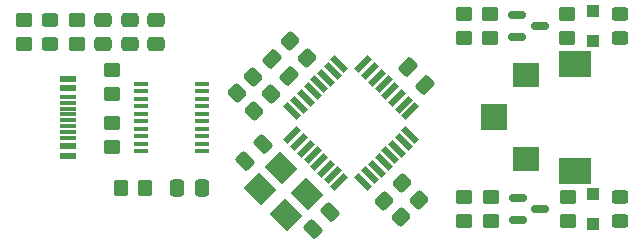
<source format=gbr>
%TF.GenerationSoftware,KiCad,Pcbnew,(6.0.7)*%
%TF.CreationDate,2023-06-20T16:23:11-04:00*%
%TF.ProjectId,microkfd,6d696372-6f6b-4666-942e-6b696361645f,E*%
%TF.SameCoordinates,Original*%
%TF.FileFunction,Paste,Top*%
%TF.FilePolarity,Positive*%
%FSLAX46Y46*%
G04 Gerber Fmt 4.6, Leading zero omitted, Abs format (unit mm)*
G04 Created by KiCad (PCBNEW (6.0.7)) date 2023-06-20 16:23:11*
%MOMM*%
%LPD*%
G01*
G04 APERTURE LIST*
G04 Aperture macros list*
%AMRoundRect*
0 Rectangle with rounded corners*
0 $1 Rounding radius*
0 $2 $3 $4 $5 $6 $7 $8 $9 X,Y pos of 4 corners*
0 Add a 4 corners polygon primitive as box body*
4,1,4,$2,$3,$4,$5,$6,$7,$8,$9,$2,$3,0*
0 Add four circle primitives for the rounded corners*
1,1,$1+$1,$2,$3*
1,1,$1+$1,$4,$5*
1,1,$1+$1,$6,$7*
1,1,$1+$1,$8,$9*
0 Add four rect primitives between the rounded corners*
20,1,$1+$1,$2,$3,$4,$5,0*
20,1,$1+$1,$4,$5,$6,$7,0*
20,1,$1+$1,$6,$7,$8,$9,0*
20,1,$1+$1,$8,$9,$2,$3,0*%
%AMRotRect*
0 Rectangle, with rotation*
0 The origin of the aperture is its center*
0 $1 length*
0 $2 width*
0 $3 Rotation angle, in degrees counterclockwise*
0 Add horizontal line*
21,1,$1,$2,0,0,$3*%
G04 Aperture macros list end*
%ADD10RoundRect,0.250000X0.450000X-0.325000X0.450000X0.325000X-0.450000X0.325000X-0.450000X-0.325000X0*%
%ADD11RoundRect,0.150000X-0.587500X-0.150000X0.587500X-0.150000X0.587500X0.150000X-0.587500X0.150000X0*%
%ADD12R,1.200000X0.400000*%
%ADD13RoundRect,0.250000X0.070711X-0.565685X0.565685X-0.070711X-0.070711X0.565685X-0.565685X0.070711X0*%
%ADD14RoundRect,0.250000X0.097227X-0.574524X0.574524X-0.097227X-0.097227X0.574524X-0.574524X0.097227X0*%
%ADD15RoundRect,0.250000X-0.337500X-0.475000X0.337500X-0.475000X0.337500X0.475000X-0.337500X0.475000X0*%
%ADD16RoundRect,0.250000X-0.450000X0.350000X-0.450000X-0.350000X0.450000X-0.350000X0.450000X0.350000X0*%
%ADD17RoundRect,0.250000X0.565685X0.070711X0.070711X0.565685X-0.565685X-0.070711X-0.070711X-0.565685X0*%
%ADD18RoundRect,0.250000X-0.574524X-0.097227X-0.097227X-0.574524X0.574524X0.097227X0.097227X0.574524X0*%
%ADD19RoundRect,0.250000X0.350000X0.450000X-0.350000X0.450000X-0.350000X-0.450000X0.350000X-0.450000X0*%
%ADD20RotRect,2.100000X1.800000X135.000000*%
%ADD21RoundRect,0.250000X-0.450000X0.325000X-0.450000X-0.325000X0.450000X-0.325000X0.450000X0.325000X0*%
%ADD22RoundRect,0.250000X-0.097227X0.574524X-0.574524X0.097227X0.097227X-0.574524X0.574524X-0.097227X0*%
%ADD23RotRect,1.600000X0.550000X45.000000*%
%ADD24RotRect,1.600000X0.550000X135.000000*%
%ADD25RoundRect,0.250000X0.475000X-0.337500X0.475000X0.337500X-0.475000X0.337500X-0.475000X-0.337500X0*%
%ADD26R,1.450000X0.600000*%
%ADD27R,1.450000X0.300000*%
%ADD28RoundRect,0.250000X0.450000X-0.350000X0.450000X0.350000X-0.450000X0.350000X-0.450000X-0.350000X0*%
%ADD29R,1.000000X1.000000*%
%ADD30R,2.300000X2.200000*%
%ADD31R,2.800000X2.200000*%
%ADD32R,2.200000X2.100000*%
%ADD33RoundRect,0.250000X-0.475000X0.337500X-0.475000X-0.337500X0.475000X-0.337500X0.475000X0.337500X0*%
G04 APERTURE END LIST*
D10*
%TO.C,D2*%
X146750000Y-93275000D03*
X146750000Y-91225000D03*
%TD*%
D11*
%TO.C,Q2*%
X138125000Y-106800000D03*
X138125000Y-108700000D03*
X140000000Y-107750000D03*
%TD*%
D12*
%TO.C,U1*%
X111350000Y-102857500D03*
X111350000Y-102222500D03*
X111350000Y-101587500D03*
X111350000Y-100952500D03*
X111350000Y-100317500D03*
X111350000Y-99682500D03*
X111350000Y-99047500D03*
X111350000Y-98412500D03*
X111350000Y-97777500D03*
X111350000Y-97142500D03*
X106150000Y-97142500D03*
X106150000Y-97777500D03*
X106150000Y-98412500D03*
X106150000Y-99047500D03*
X106150000Y-99682500D03*
X106150000Y-100317500D03*
X106150000Y-100952500D03*
X106150000Y-101587500D03*
X106150000Y-102222500D03*
X106150000Y-102857500D03*
%TD*%
D13*
%TO.C,R7*%
X115792893Y-99457107D03*
X117207107Y-98042893D03*
%TD*%
D14*
%TO.C,C7*%
X120766377Y-109483623D03*
X122233623Y-108016377D03*
%TD*%
D15*
%TO.C,C3*%
X109250000Y-106000000D03*
X111325000Y-106000000D03*
%TD*%
D16*
%TO.C,R4*%
X100750000Y-91750000D03*
X100750000Y-93750000D03*
%TD*%
%TO.C,R13*%
X133562500Y-106750000D03*
X133562500Y-108750000D03*
%TD*%
D17*
%TO.C,R9*%
X129707107Y-106957107D03*
X128292893Y-105542893D03*
%TD*%
D18*
%TO.C,C5*%
X128766377Y-95766377D03*
X130233623Y-97233623D03*
%TD*%
D16*
%TO.C,R2*%
X103750000Y-100500000D03*
X103750000Y-102500000D03*
%TD*%
D19*
%TO.C,R5*%
X106500000Y-106000000D03*
X104500000Y-106000000D03*
%TD*%
D20*
%TO.C,Y1*%
X120229899Y-106462132D03*
X118037868Y-104270101D03*
X116270101Y-106037868D03*
X118462132Y-108229899D03*
%TD*%
D16*
%TO.C,R10*%
X96250000Y-91750000D03*
X96250000Y-93750000D03*
%TD*%
D21*
%TO.C,D1*%
X146750000Y-106725000D03*
X146750000Y-108775000D03*
%TD*%
D22*
%TO.C,C8*%
X116483623Y-102266377D03*
X115016377Y-103733623D03*
%TD*%
D23*
%TO.C,U2*%
X119014897Y-101525305D03*
X119580583Y-102090990D03*
X120146268Y-102656676D03*
X120711953Y-103222361D03*
X121277639Y-103788047D03*
X121843324Y-104353732D03*
X122409010Y-104919417D03*
X122974695Y-105485103D03*
D24*
X125025305Y-105485103D03*
X125590990Y-104919417D03*
X126156676Y-104353732D03*
X126722361Y-103788047D03*
X127288047Y-103222361D03*
X127853732Y-102656676D03*
X128419417Y-102090990D03*
X128985103Y-101525305D03*
D23*
X128985103Y-99474695D03*
X128419417Y-98909010D03*
X127853732Y-98343324D03*
X127288047Y-97777639D03*
X126722361Y-97211953D03*
X126156676Y-96646268D03*
X125590990Y-96080583D03*
X125025305Y-95514897D03*
D24*
X122974695Y-95514897D03*
X122409010Y-96080583D03*
X121843324Y-96646268D03*
X121277639Y-97211953D03*
X120711953Y-97777639D03*
X120146268Y-98343324D03*
X119580583Y-98909010D03*
X119014897Y-99474695D03*
%TD*%
D25*
%TO.C,C2*%
X103000000Y-93787500D03*
X103000000Y-91712500D03*
%TD*%
D26*
%TO.C,J1*%
X99985000Y-96750000D03*
X99985000Y-97550000D03*
D27*
X99985000Y-98750000D03*
X99985000Y-99750000D03*
X99985000Y-100250000D03*
X99985000Y-101250000D03*
D26*
X99985000Y-102450000D03*
X99985000Y-103250000D03*
X99985000Y-103250000D03*
X99985000Y-102450000D03*
D27*
X99985000Y-101750000D03*
X99985000Y-100750000D03*
X99985000Y-99250000D03*
X99985000Y-98250000D03*
D26*
X99985000Y-97550000D03*
X99985000Y-96750000D03*
%TD*%
D28*
%TO.C,R14*%
X135750000Y-93250000D03*
X135750000Y-91250000D03*
%TD*%
D18*
%TO.C,C4*%
X117266377Y-95016377D03*
X118733623Y-96483623D03*
%TD*%
D17*
%TO.C,R8*%
X128207107Y-108457107D03*
X126792893Y-107042893D03*
%TD*%
%TO.C,R3*%
X120207107Y-94957107D03*
X118792893Y-93542893D03*
%TD*%
D29*
%TO.C,D5*%
X144500000Y-106500000D03*
X144500000Y-109000000D03*
%TD*%
D13*
%TO.C,R6*%
X114292893Y-97957107D03*
X115707107Y-96542893D03*
%TD*%
D10*
%TO.C,D3*%
X98500000Y-93775000D03*
X98500000Y-91725000D03*
%TD*%
D30*
%TO.C,J3*%
X136100000Y-100000000D03*
D31*
X142950000Y-104500000D03*
X142950000Y-95500000D03*
D32*
X138750000Y-103550000D03*
X138750000Y-96450000D03*
%TD*%
D25*
%TO.C,C1*%
X107500000Y-93787500D03*
X107500000Y-91712500D03*
%TD*%
D28*
%TO.C,R15*%
X135812500Y-108750000D03*
X135812500Y-106750000D03*
%TD*%
D16*
%TO.C,R1*%
X103750000Y-96000000D03*
X103750000Y-98000000D03*
%TD*%
%TO.C,R12*%
X133500000Y-91250000D03*
X133500000Y-93250000D03*
%TD*%
D28*
%TO.C,R17*%
X142250000Y-93250000D03*
X142250000Y-91250000D03*
%TD*%
D29*
%TO.C,D4*%
X144500000Y-91000000D03*
X144500000Y-93500000D03*
%TD*%
D16*
%TO.C,R18*%
X142312500Y-106750000D03*
X142312500Y-108750000D03*
%TD*%
D33*
%TO.C,C6*%
X105250000Y-91712500D03*
X105250000Y-93787500D03*
%TD*%
D11*
%TO.C,Q1*%
X138062500Y-91300000D03*
X138062500Y-93200000D03*
X139937500Y-92250000D03*
%TD*%
M02*

</source>
